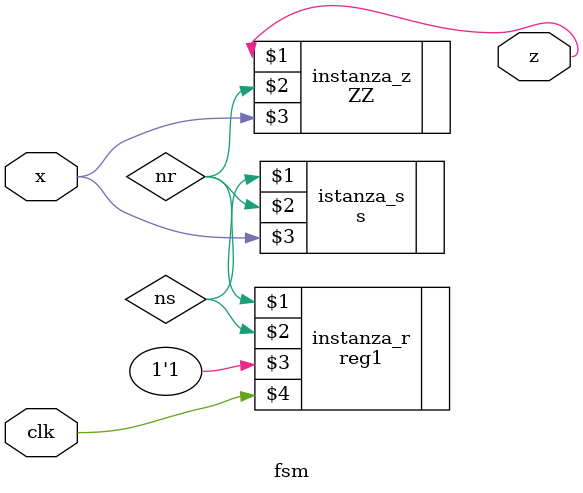
<source format=v>
module fsm(output z, input x, input clk);

	wire ns, nr;
	
	reg1 instanza_r(nr, ns, 1'b1, clk);
	ZZ instanza_z(z, nr ,x);
	s istanza_s(ns, nr, x);
	
endmodule

		
	

</source>
